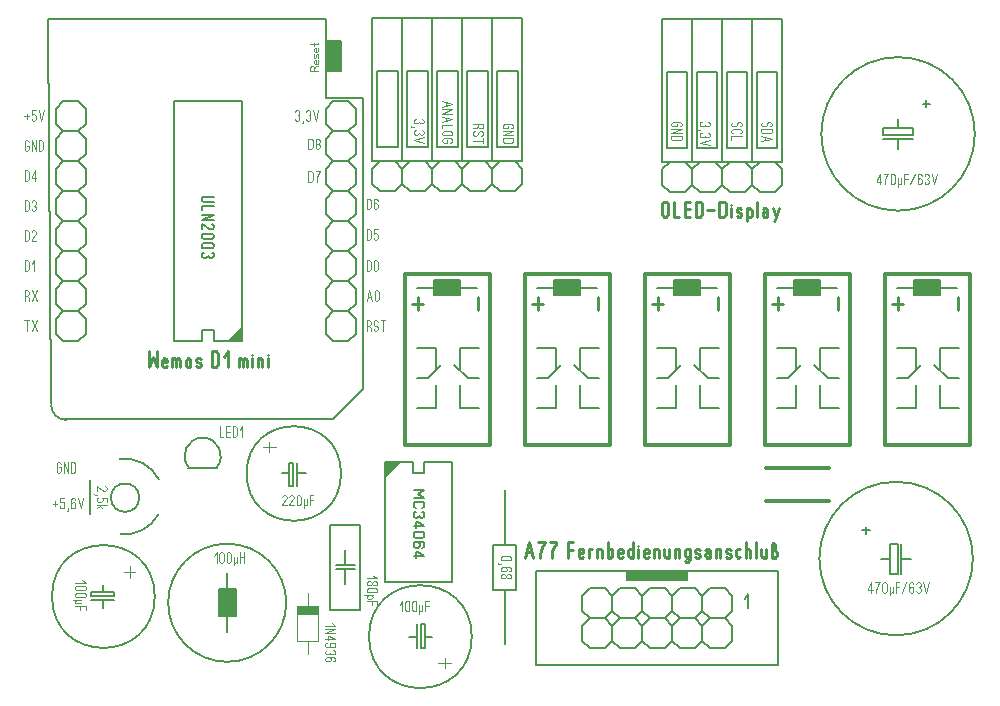
<source format=gbr>
%FSLAX34Y34*%
%MOMM*%
%LNSILK_TOP*%
G71*
G01*
%ADD10C,0.300*%
%ADD11C,0.150*%
%ADD12C,0.222*%
%ADD13C,0.200*%
%ADD14C,0.111*%
%ADD15C,0.120*%
%ADD16C,0.159*%
%ADD17C,0.100*%
%ADD18C,0.089*%
%ADD19C,0.238*%
%ADD20C,0.191*%
%ADD21C,0.206*%
%LPD*%
G54D10*
X433896Y-218991D02*
X433896Y-363991D01*
G54D10*
X433896Y-363991D02*
X505896Y-363991D01*
X505896Y-218991D01*
X433896Y-218991D01*
G54D11*
X444046Y-281811D02*
X459921Y-281811D01*
X459921Y-299274D01*
G54D11*
X444046Y-332611D02*
X459921Y-332611D01*
X459921Y-313561D01*
G54D11*
X444046Y-307211D02*
X453571Y-307211D01*
X464684Y-296099D01*
G54D11*
X496507Y-281811D02*
X480632Y-281811D01*
X480632Y-299274D01*
G54D11*
X496507Y-332611D02*
X480632Y-332611D01*
X480632Y-313561D01*
G54D11*
X496507Y-307211D02*
X486982Y-307211D01*
X475870Y-296099D01*
G36*
X458334Y-224661D02*
X480559Y-224661D01*
X480559Y-237361D01*
X458334Y-237361D01*
X458334Y-224661D01*
G37*
G54D11*
X458334Y-224661D02*
X480559Y-224661D01*
X480559Y-237361D01*
X458334Y-237361D01*
X458334Y-224661D01*
G54D11*
X444046Y-231011D02*
X458334Y-231011D01*
G54D11*
X480559Y-231011D02*
X494846Y-231011D01*
G54D12*
X444682Y-238949D02*
X444682Y-249615D01*
G54D12*
X440238Y-244282D02*
X449127Y-244282D01*
G54D12*
X495482Y-238949D02*
X495482Y-249616D01*
G54D10*
X738696Y-218991D02*
X738696Y-363991D01*
G54D10*
X738696Y-363991D02*
X810696Y-363991D01*
X810696Y-218991D01*
X738696Y-218991D01*
G54D11*
X748846Y-281811D02*
X764721Y-281811D01*
X764721Y-299274D01*
G54D11*
X748846Y-332611D02*
X764721Y-332611D01*
X764721Y-313561D01*
G54D11*
X748846Y-307211D02*
X758371Y-307211D01*
X769484Y-296099D01*
G54D11*
X801307Y-281811D02*
X785432Y-281811D01*
X785432Y-299274D01*
G54D11*
X801307Y-332611D02*
X785432Y-332611D01*
X785432Y-313561D01*
G54D11*
X801307Y-307211D02*
X791782Y-307211D01*
X780670Y-296099D01*
G36*
X763134Y-224661D02*
X785359Y-224661D01*
X785359Y-237361D01*
X763134Y-237361D01*
X763134Y-224661D01*
G37*
G54D11*
X763134Y-224661D02*
X785359Y-224661D01*
X785359Y-237361D01*
X763134Y-237361D01*
X763134Y-224661D01*
G54D11*
X748846Y-231011D02*
X763134Y-231011D01*
G54D11*
X785359Y-231011D02*
X799646Y-231011D01*
G54D12*
X749482Y-238949D02*
X749482Y-249615D01*
G54D12*
X745038Y-244282D02*
X753927Y-244282D01*
G54D12*
X800282Y-238949D02*
X800282Y-249616D01*
G54D10*
X332296Y-218991D02*
X332296Y-363991D01*
G54D10*
X332296Y-363991D02*
X404296Y-363991D01*
X404296Y-218991D01*
X332296Y-218991D01*
G54D11*
X342446Y-281811D02*
X358321Y-281811D01*
X358321Y-299274D01*
G54D11*
X342446Y-332611D02*
X358321Y-332611D01*
X358321Y-313561D01*
G54D11*
X342446Y-307211D02*
X351971Y-307211D01*
X363084Y-296099D01*
G54D11*
X394907Y-281811D02*
X379032Y-281811D01*
X379032Y-299274D01*
G54D11*
X394907Y-332611D02*
X379032Y-332611D01*
X379032Y-313561D01*
G54D11*
X394907Y-307211D02*
X385382Y-307211D01*
X374270Y-296099D01*
G36*
X356734Y-224661D02*
X378959Y-224661D01*
X378959Y-237361D01*
X356734Y-237361D01*
X356734Y-224661D01*
G37*
G54D11*
X356734Y-224661D02*
X378959Y-224661D01*
X378959Y-237361D01*
X356734Y-237361D01*
X356734Y-224661D01*
G54D11*
X342446Y-231011D02*
X356734Y-231011D01*
G54D11*
X378959Y-231011D02*
X393246Y-231011D01*
G54D12*
X343082Y-238949D02*
X343082Y-249615D01*
G54D12*
X338638Y-244282D02*
X347527Y-244282D01*
G54D12*
X393882Y-238949D02*
X393882Y-249616D01*
G54D13*
X752826Y-460136D02*
X760726Y-460136D01*
G54D13*
X743326Y-460136D02*
X735326Y-460136D01*
G54D13*
X749526Y-447436D02*
X749526Y-472836D01*
X743226Y-472836D01*
X743226Y-447436D01*
X749526Y-447436D01*
G54D13*
X722626Y-439436D02*
X722626Y-433136D01*
G54D13*
X725826Y-436236D02*
X719426Y-436236D01*
G54D13*
X752726Y-472836D02*
X752726Y-447436D01*
G54D13*
G75*
G01X813226Y-460137D02*
G03X813226Y-460137I-65000J0D01*
G01*
G54D13*
X749882Y-105206D02*
X749882Y-113106D01*
G54D13*
X749882Y-95706D02*
X749882Y-87706D01*
G54D13*
X762582Y-101906D02*
X737182Y-101906D01*
X737182Y-95606D01*
X762582Y-95606D01*
X762582Y-101906D01*
G54D13*
X770582Y-75006D02*
X776882Y-75006D01*
G54D13*
X773782Y-78206D02*
X773782Y-71806D01*
G54D13*
X737182Y-105106D02*
X762582Y-105106D01*
G54D13*
G75*
G01X814882Y-100606D02*
G03X814882Y-100606I-65000J0D01*
G01*
G54D14*
X727360Y-488950D02*
X727360Y-480061D01*
X724694Y-485617D01*
X724694Y-486728D01*
X728249Y-486728D01*
G54D14*
X730694Y-480061D02*
X734249Y-480061D01*
X733805Y-481172D01*
X732916Y-482839D01*
X732027Y-485061D01*
X731583Y-486728D01*
X731583Y-488950D01*
G54D14*
X740249Y-481728D02*
X740249Y-487283D01*
X739805Y-488394D01*
X738916Y-488950D01*
X738027Y-488950D01*
X737138Y-488394D01*
X736694Y-487283D01*
X736694Y-481728D01*
X737138Y-480617D01*
X738027Y-480061D01*
X738916Y-480061D01*
X739805Y-480617D01*
X740249Y-481728D01*
G54D14*
X742694Y-483950D02*
X742694Y-491172D01*
G54D14*
X745360Y-483950D02*
X745360Y-488950D01*
G54D14*
X745360Y-487839D02*
X744916Y-488728D01*
X744027Y-488950D01*
X743138Y-488728D01*
X742694Y-487839D01*
X742694Y-483950D01*
G54D14*
X747805Y-488950D02*
X747805Y-480061D01*
X750916Y-480061D01*
G54D14*
X747805Y-484506D02*
X750916Y-484506D01*
G54D14*
X753360Y-488950D02*
X756915Y-480061D01*
G54D14*
X762915Y-481728D02*
X762471Y-480617D01*
X761582Y-480061D01*
X760693Y-480061D01*
X759804Y-480617D01*
X759360Y-481728D01*
X759360Y-484506D01*
X759360Y-485061D01*
X760693Y-483950D01*
X761582Y-483950D01*
X762471Y-484506D01*
X762915Y-485617D01*
X762915Y-487283D01*
X762471Y-488394D01*
X761582Y-488950D01*
X760693Y-488950D01*
X759804Y-488394D01*
X759360Y-487283D01*
X759360Y-484506D01*
G54D14*
X765360Y-481728D02*
X765804Y-480617D01*
X766693Y-480061D01*
X767582Y-480061D01*
X768471Y-480617D01*
X768915Y-481728D01*
X768915Y-482839D01*
X768471Y-483950D01*
X767582Y-484506D01*
X768471Y-485061D01*
X768915Y-486172D01*
X768915Y-487283D01*
X768471Y-488394D01*
X767582Y-488950D01*
X766693Y-488950D01*
X765804Y-488394D01*
X765360Y-487283D01*
G54D14*
X771360Y-480061D02*
X773582Y-488950D01*
X775804Y-480061D01*
G54D14*
X734340Y-143296D02*
X734340Y-134407D01*
X731674Y-139963D01*
X731674Y-141074D01*
X735229Y-141074D01*
G54D14*
X737674Y-134407D02*
X741229Y-134407D01*
X740785Y-135518D01*
X739896Y-137185D01*
X739007Y-139407D01*
X738563Y-141074D01*
X738563Y-143296D01*
G54D14*
X747229Y-136074D02*
X747229Y-141629D01*
X746785Y-142740D01*
X745896Y-143296D01*
X745007Y-143296D01*
X744118Y-142740D01*
X743674Y-141629D01*
X743674Y-136074D01*
X744118Y-134963D01*
X745007Y-134407D01*
X745896Y-134407D01*
X746785Y-134963D01*
X747229Y-136074D01*
G54D14*
X749674Y-138296D02*
X749674Y-145518D01*
G54D14*
X752340Y-138296D02*
X752340Y-143296D01*
G54D14*
X752340Y-142185D02*
X751896Y-143074D01*
X751007Y-143296D01*
X750118Y-143074D01*
X749674Y-142185D01*
X749674Y-138296D01*
G54D14*
X754785Y-143296D02*
X754785Y-134407D01*
X757896Y-134407D01*
G54D14*
X754785Y-138852D02*
X757896Y-138852D01*
G54D14*
X760340Y-143296D02*
X763895Y-134407D01*
G54D14*
X769895Y-136074D02*
X769451Y-134963D01*
X768562Y-134407D01*
X767673Y-134407D01*
X766784Y-134963D01*
X766340Y-136074D01*
X766340Y-138852D01*
X766340Y-139407D01*
X767673Y-138296D01*
X768562Y-138296D01*
X769451Y-138852D01*
X769895Y-139963D01*
X769895Y-141629D01*
X769451Y-142740D01*
X768562Y-143296D01*
X767673Y-143296D01*
X766784Y-142740D01*
X766340Y-141629D01*
X766340Y-138852D01*
G54D14*
X772340Y-136074D02*
X772784Y-134963D01*
X773673Y-134407D01*
X774562Y-134407D01*
X775451Y-134963D01*
X775895Y-136074D01*
X775895Y-137185D01*
X775451Y-138296D01*
X774562Y-138852D01*
X775451Y-139407D01*
X775895Y-140518D01*
X775895Y-141629D01*
X775451Y-142740D01*
X774562Y-143296D01*
X773673Y-143296D01*
X772784Y-142740D01*
X772340Y-141629D01*
G54D14*
X778340Y-134407D02*
X780562Y-143296D01*
X782784Y-134407D01*
G54D13*
X407219Y-448520D02*
X426219Y-448520D01*
X426219Y-486520D01*
X407219Y-486520D01*
X407219Y-448520D01*
G54D13*
X416719Y-448420D02*
X416719Y-402420D01*
G54D13*
X416719Y-532620D02*
X416719Y-486620D01*
G54D13*
X372294Y-378619D02*
X348394Y-378619D01*
X348394Y-388119D01*
X338994Y-388119D01*
X338994Y-378619D01*
X315094Y-378619D01*
X315094Y-480219D01*
X372294Y-480219D01*
X372294Y-378619D01*
G36*
X315094Y-378519D02*
X327794Y-378519D01*
X315094Y-391319D01*
X315094Y-378519D01*
G37*
G54D13*
X315094Y-378519D02*
X327794Y-378519D01*
X315094Y-391319D01*
X315094Y-378519D01*
G54D13*
X345938Y-515556D02*
X349138Y-515556D01*
X349138Y-535556D01*
X345938Y-535556D01*
X345938Y-515556D01*
G54D13*
X342738Y-515556D02*
X342738Y-535556D01*
G54D13*
G75*
G01X388938Y-526256D02*
G03X388938Y-526256I-43500J0D01*
G01*
G54D13*
X342438Y-526256D02*
X335438Y-526256D01*
G54D13*
X349438Y-526256D02*
X355438Y-526256D01*
G54D15*
X371438Y-548456D02*
X360738Y-548456D01*
G54D15*
X366138Y-544056D02*
X366138Y-552956D01*
G54D13*
X269083Y-503319D02*
X294483Y-503319D01*
X294483Y-431719D01*
X269083Y-431719D01*
X269083Y-503319D01*
G54D13*
X273783Y-469119D02*
X289783Y-469119D01*
G54D13*
X273783Y-465919D02*
X289783Y-465919D01*
G54D13*
X281783Y-481819D02*
X281783Y-469119D01*
G54D13*
X281783Y-465919D02*
X281783Y-453219D01*
G54D13*
G75*
G01X231869Y-497581D02*
G03X231869Y-497581I-50000J0D01*
G01*
G54D13*
X65494Y-393288D02*
X65494Y-422688D01*
G54D13*
G75*
G01X123906Y-393060D02*
G03X90940Y-375899I-28512J-14528D01*
G01*
G54D13*
G75*
G01X91494Y-439350D02*
G03X123382Y-423102I3900J31762D01*
G01*
G54D13*
G75*
G01X107394Y-408588D02*
G03X107394Y-408588I-12000J0D01*
G01*
G54D14*
X270188Y-514915D02*
X273521Y-517137D01*
X264632Y-517137D01*
G54D14*
X264632Y-519581D02*
X273521Y-519581D01*
X264632Y-523136D01*
X273521Y-523136D01*
G54D14*
X264632Y-528247D02*
X273521Y-528247D01*
X267966Y-525581D01*
X266855Y-525581D01*
X266855Y-529136D01*
G54D14*
X266299Y-531581D02*
X265188Y-532025D01*
X264632Y-532914D01*
X264632Y-533803D01*
X265188Y-534692D01*
X266299Y-535136D01*
X269077Y-535136D01*
X269632Y-535136D01*
X268521Y-533803D01*
X268521Y-532914D01*
X269077Y-532025D01*
X270188Y-531581D01*
X271855Y-531581D01*
X272966Y-532025D01*
X273521Y-532914D01*
X273521Y-533803D01*
X272966Y-534692D01*
X271855Y-535136D01*
X269077Y-535136D01*
G54D14*
X271855Y-537581D02*
X272966Y-538025D01*
X273521Y-538914D01*
X273521Y-539803D01*
X272966Y-540692D01*
X271855Y-541136D01*
X270744Y-541136D01*
X269632Y-540692D01*
X269077Y-539803D01*
X268521Y-540692D01*
X267410Y-541136D01*
X266299Y-541136D01*
X265188Y-540692D01*
X264632Y-539803D01*
X264632Y-538914D01*
X265188Y-538025D01*
X266299Y-537581D01*
G54D14*
X271855Y-547136D02*
X272966Y-546692D01*
X273521Y-545803D01*
X273521Y-544914D01*
X272966Y-544025D01*
X271855Y-543581D01*
X269077Y-543581D01*
X268521Y-543581D01*
X269632Y-544914D01*
X269632Y-545803D01*
X269077Y-546692D01*
X267966Y-547136D01*
X266299Y-547136D01*
X265188Y-546692D01*
X264632Y-545803D01*
X264632Y-544914D01*
X265188Y-544025D01*
X266299Y-543581D01*
X269077Y-543581D01*
G54D14*
X420766Y-461549D02*
X415210Y-461549D01*
X414099Y-461105D01*
X413544Y-460216D01*
X413544Y-459327D01*
X414099Y-458438D01*
X415210Y-457994D01*
X420766Y-457994D01*
X421877Y-458438D01*
X422433Y-459327D01*
X422433Y-460216D01*
X421877Y-461105D01*
X420766Y-461549D01*
G54D14*
X413544Y-464883D02*
X412433Y-464883D01*
X411322Y-464438D01*
X411322Y-463994D01*
G54D14*
X420766Y-470882D02*
X421877Y-470438D01*
X422433Y-469549D01*
X422433Y-468660D01*
X421877Y-467771D01*
X420766Y-467327D01*
X417988Y-467327D01*
X417433Y-467327D01*
X418544Y-468660D01*
X418544Y-469549D01*
X417988Y-470438D01*
X416877Y-470882D01*
X415210Y-470882D01*
X414099Y-470438D01*
X413544Y-469549D01*
X413544Y-468660D01*
X414099Y-467771D01*
X415210Y-467327D01*
X417988Y-467327D01*
G54D14*
X417988Y-475549D02*
X417988Y-474660D01*
X418544Y-473771D01*
X419655Y-473327D01*
X420766Y-473327D01*
X421877Y-473771D01*
X422433Y-474660D01*
X422433Y-475549D01*
X421877Y-476438D01*
X420766Y-476882D01*
X419655Y-476882D01*
X418544Y-476438D01*
X417988Y-475549D01*
X417433Y-476438D01*
X416322Y-476882D01*
X415210Y-476882D01*
X414099Y-476438D01*
X413544Y-475549D01*
X413544Y-474660D01*
X414099Y-473771D01*
X415210Y-473327D01*
X416322Y-473327D01*
X417433Y-473771D01*
X417988Y-474660D01*
G54D14*
X327819Y-499270D02*
X330041Y-495936D01*
X330041Y-504825D01*
G54D14*
X336040Y-497603D02*
X336040Y-503158D01*
X335596Y-504270D01*
X334707Y-504825D01*
X333818Y-504825D01*
X332929Y-504270D01*
X332485Y-503158D01*
X332485Y-497603D01*
X332929Y-496492D01*
X333818Y-495936D01*
X334707Y-495936D01*
X335596Y-496492D01*
X336040Y-497603D01*
G54D14*
X342040Y-497603D02*
X342040Y-503158D01*
X341596Y-504270D01*
X340707Y-504825D01*
X339818Y-504825D01*
X338929Y-504270D01*
X338485Y-503158D01*
X338485Y-497603D01*
X338929Y-496492D01*
X339818Y-495936D01*
X340707Y-495936D01*
X341596Y-496492D01*
X342040Y-497603D01*
G54D14*
X344485Y-499825D02*
X344485Y-507047D01*
G54D14*
X347151Y-499825D02*
X347151Y-504825D01*
G54D14*
X347151Y-503714D02*
X346707Y-504603D01*
X345818Y-504825D01*
X344929Y-504603D01*
X344485Y-503714D01*
X344485Y-499825D01*
G54D14*
X349596Y-504825D02*
X349596Y-495936D01*
X352707Y-495936D01*
G54D14*
X349596Y-500380D02*
X352707Y-500380D01*
G54D14*
X58737Y-478631D02*
X62070Y-480854D01*
X53181Y-480854D01*
G54D14*
X60404Y-486853D02*
X54848Y-486853D01*
X53737Y-486408D01*
X53181Y-485520D01*
X53181Y-484631D01*
X53737Y-483742D01*
X54848Y-483297D01*
X60404Y-483297D01*
X61515Y-483742D01*
X62070Y-484631D01*
X62070Y-485520D01*
X61515Y-486408D01*
X60404Y-486853D01*
G54D14*
X60404Y-492853D02*
X54848Y-492853D01*
X53737Y-492408D01*
X53181Y-491520D01*
X53181Y-490631D01*
X53737Y-489742D01*
X54848Y-489297D01*
X60404Y-489297D01*
X61515Y-489742D01*
X62070Y-490631D01*
X62070Y-491520D01*
X61515Y-492408D01*
X60404Y-492853D01*
G54D14*
X58181Y-495297D02*
X50959Y-495297D01*
G54D14*
X58181Y-497964D02*
X53181Y-497964D01*
G54D14*
X54292Y-497964D02*
X53404Y-497520D01*
X53181Y-496631D01*
X53404Y-495742D01*
X54292Y-495297D01*
X58181Y-495297D01*
G54D14*
X53181Y-500408D02*
X62070Y-500408D01*
X62070Y-503519D01*
G54D14*
X57626Y-500408D02*
X57626Y-503519D01*
G54D14*
X170656Y-457994D02*
X172878Y-454661D01*
X172878Y-463550D01*
G54D14*
X178878Y-456328D02*
X178878Y-461883D01*
X178433Y-462994D01*
X177544Y-463550D01*
X176656Y-463550D01*
X175767Y-462994D01*
X175322Y-461883D01*
X175322Y-456328D01*
X175767Y-455217D01*
X176656Y-454661D01*
X177544Y-454661D01*
X178433Y-455217D01*
X178878Y-456328D01*
G54D14*
X184878Y-456328D02*
X184878Y-461883D01*
X184433Y-462994D01*
X183544Y-463550D01*
X182656Y-463550D01*
X181767Y-462994D01*
X181322Y-461883D01*
X181322Y-456328D01*
X181767Y-455217D01*
X182656Y-454661D01*
X183544Y-454661D01*
X184433Y-455217D01*
X184878Y-456328D01*
G54D14*
X187322Y-458550D02*
X187322Y-465772D01*
G54D14*
X189989Y-458550D02*
X189989Y-463550D01*
G54D14*
X189989Y-462439D02*
X189544Y-463328D01*
X188656Y-463550D01*
X187767Y-463328D01*
X187322Y-462439D01*
X187322Y-458550D01*
G54D14*
X192433Y-463550D02*
X192433Y-454661D01*
G54D14*
X195989Y-463550D02*
X195989Y-454661D01*
G54D14*
X192433Y-459106D02*
X195989Y-459106D01*
G54D14*
X305593Y-474662D02*
X308926Y-476885D01*
X300038Y-476885D01*
G54D14*
X304482Y-481551D02*
X304482Y-480662D01*
X305038Y-479773D01*
X306149Y-479328D01*
X307260Y-479328D01*
X308371Y-479773D01*
X308926Y-480662D01*
X308926Y-481551D01*
X308371Y-482440D01*
X307260Y-482884D01*
X306149Y-482884D01*
X305038Y-482440D01*
X304482Y-481551D01*
X303926Y-482440D01*
X302815Y-482884D01*
X301704Y-482884D01*
X300593Y-482440D01*
X300038Y-481551D01*
X300038Y-480662D01*
X300593Y-479773D01*
X301704Y-479328D01*
X302815Y-479328D01*
X303926Y-479773D01*
X304482Y-480662D01*
G54D14*
X307260Y-488884D02*
X301704Y-488884D01*
X300593Y-488440D01*
X300038Y-487551D01*
X300038Y-486662D01*
X300593Y-485773D01*
X301704Y-485328D01*
X307260Y-485328D01*
X308371Y-485773D01*
X308926Y-486662D01*
X308926Y-487551D01*
X308371Y-488440D01*
X307260Y-488884D01*
G54D14*
X305038Y-491328D02*
X297815Y-491328D01*
G54D14*
X301704Y-491328D02*
X300260Y-491773D01*
X300038Y-492662D01*
X300260Y-493551D01*
X301371Y-493995D01*
X303593Y-493995D01*
X304704Y-493551D01*
X305038Y-492662D01*
X304704Y-491773D01*
X303371Y-491328D01*
G54D14*
X300038Y-496440D02*
X308926Y-496440D01*
X308926Y-499551D01*
G54D14*
X304482Y-496440D02*
X304482Y-499551D01*
G54D14*
X71244Y-402689D02*
X71244Y-399134D01*
X71800Y-399134D01*
X72911Y-399578D01*
X76244Y-402245D01*
X77355Y-402689D01*
X78466Y-402689D01*
X79577Y-402245D01*
X80133Y-401356D01*
X80133Y-400467D01*
X79577Y-399578D01*
X78466Y-399134D01*
G54D14*
X71244Y-406023D02*
X70133Y-406023D01*
X69022Y-405578D01*
X69022Y-405134D01*
G54D14*
X80133Y-412022D02*
X80133Y-408467D01*
X76244Y-408467D01*
X76244Y-408911D01*
X76800Y-409800D01*
X76800Y-410689D01*
X76244Y-411578D01*
X75133Y-412022D01*
X72911Y-412022D01*
X71800Y-411578D01*
X71244Y-410689D01*
X71244Y-409800D01*
X71800Y-408911D01*
X72911Y-408467D01*
G54D14*
X71244Y-414467D02*
X80133Y-414467D01*
G54D14*
X74577Y-415800D02*
X71244Y-417133D01*
G54D14*
X73466Y-414467D02*
X76244Y-417133D01*
G54D16*
X339791Y-402240D02*
X348680Y-402240D01*
X343124Y-405573D01*
X348680Y-408906D01*
X339791Y-408906D01*
G54D16*
X341458Y-417351D02*
X340347Y-416684D01*
X339791Y-415351D01*
X339791Y-414018D01*
X340347Y-412684D01*
X341458Y-412018D01*
X347013Y-412018D01*
X348124Y-412684D01*
X348680Y-414018D01*
X348680Y-415351D01*
X348124Y-416684D01*
X347013Y-417351D01*
G54D16*
X347013Y-420462D02*
X348124Y-421128D01*
X348680Y-422462D01*
X348680Y-423795D01*
X348124Y-425128D01*
X347013Y-425795D01*
X345902Y-425795D01*
X344791Y-425128D01*
X344236Y-423795D01*
X343680Y-425128D01*
X342569Y-425795D01*
X341458Y-425795D01*
X340347Y-425128D01*
X339791Y-423795D01*
X339791Y-422462D01*
X340347Y-421128D01*
X341458Y-420462D01*
G54D16*
X339791Y-432906D02*
X348680Y-432906D01*
X343124Y-428906D01*
X342013Y-428906D01*
X342013Y-434239D01*
G54D16*
X347013Y-442683D02*
X341458Y-442683D01*
X340347Y-442016D01*
X339791Y-440683D01*
X339791Y-439350D01*
X340347Y-438016D01*
X341458Y-437350D01*
X347013Y-437350D01*
X348124Y-438016D01*
X348680Y-439350D01*
X348680Y-440683D01*
X348124Y-442016D01*
X347013Y-442683D01*
G54D16*
X347013Y-451127D02*
X348124Y-450460D01*
X348680Y-449127D01*
X348680Y-447794D01*
X348124Y-446460D01*
X347013Y-445794D01*
X344236Y-445794D01*
X343680Y-445794D01*
X344791Y-447794D01*
X344791Y-449127D01*
X344236Y-450460D01*
X343124Y-451127D01*
X341458Y-451127D01*
X340347Y-450460D01*
X339791Y-449127D01*
X339791Y-447794D01*
X340347Y-446460D01*
X341458Y-445794D01*
X344236Y-445794D01*
G54D16*
X339791Y-458238D02*
X348680Y-458238D01*
X343124Y-454238D01*
X342013Y-454238D01*
X342013Y-459571D01*
G36*
X174625Y-485775D02*
X188912Y-485775D01*
X188912Y-508794D01*
X174625Y-508794D01*
X174625Y-485775D01*
G37*
G54D13*
X174625Y-485775D02*
X188912Y-485775D01*
X188912Y-508794D01*
X174625Y-508794D01*
X174625Y-485775D01*
G54D13*
X181869Y-472181D02*
X181869Y-485674D01*
X181769Y-485775D01*
G54D13*
X181869Y-522187D02*
X181869Y-508100D01*
X181769Y-508000D01*
G54D13*
X66295Y-491781D02*
X66295Y-488581D01*
X86295Y-488581D01*
X86295Y-491781D01*
X66295Y-491781D01*
G54D13*
X66295Y-494981D02*
X86295Y-494981D01*
G54D13*
G75*
G01X120495Y-492282D02*
G03X120495Y-492282I-43500J0D01*
G01*
G54D13*
X76995Y-495281D02*
X76995Y-502281D01*
G54D13*
X76995Y-488281D02*
X76995Y-482281D01*
G54D15*
X99195Y-466281D02*
X99195Y-476981D01*
G54D15*
X94795Y-471581D02*
X103695Y-471581D01*
G54D17*
X258732Y-499944D02*
X241332Y-499944D01*
X241332Y-530344D01*
X258732Y-530344D01*
X258732Y-499944D01*
G36*
X258632Y-500044D02*
X241932Y-500044D01*
X241932Y-507244D01*
X258632Y-507244D01*
X258632Y-500044D01*
G37*
G54D17*
X258632Y-500044D02*
X241932Y-500044D01*
X241932Y-507244D01*
X258632Y-507244D01*
X258632Y-500044D01*
G54D17*
X250032Y-488944D02*
X250032Y-500044D01*
G54D17*
X250032Y-530244D02*
X250032Y-541344D01*
G54D10*
X637096Y-218991D02*
X637096Y-363991D01*
G54D10*
X637096Y-363991D02*
X709096Y-363991D01*
X709096Y-218991D01*
X637096Y-218991D01*
G54D11*
X647246Y-281811D02*
X663121Y-281811D01*
X663121Y-299274D01*
G54D11*
X647246Y-332611D02*
X663121Y-332611D01*
X663121Y-313561D01*
G54D11*
X647246Y-307211D02*
X656771Y-307211D01*
X667884Y-296099D01*
G54D11*
X699707Y-281811D02*
X683832Y-281811D01*
X683832Y-299274D01*
G54D11*
X699707Y-332611D02*
X683832Y-332611D01*
X683832Y-313561D01*
G54D11*
X699707Y-307211D02*
X690182Y-307211D01*
X679070Y-296099D01*
G36*
X661534Y-224661D02*
X683759Y-224661D01*
X683759Y-237361D01*
X661534Y-237361D01*
X661534Y-224661D01*
G37*
G54D11*
X661534Y-224661D02*
X683759Y-224661D01*
X683759Y-237361D01*
X661534Y-237361D01*
X661534Y-224661D01*
G54D11*
X647246Y-231011D02*
X661534Y-231011D01*
G54D11*
X683759Y-231011D02*
X698046Y-231011D01*
G54D12*
X647882Y-238949D02*
X647882Y-249615D01*
G54D12*
X643438Y-244282D02*
X652327Y-244282D01*
G54D12*
X698682Y-238949D02*
X698682Y-249616D01*
G54D10*
X535496Y-218991D02*
X535496Y-363991D01*
G54D10*
X535496Y-363991D02*
X607496Y-363991D01*
X607496Y-218991D01*
X535496Y-218991D01*
G54D11*
X545646Y-281811D02*
X561521Y-281811D01*
X561521Y-299274D01*
G54D11*
X545646Y-332611D02*
X561521Y-332611D01*
X561521Y-313561D01*
G54D11*
X545646Y-307211D02*
X555171Y-307211D01*
X566284Y-296099D01*
G54D11*
X598107Y-281811D02*
X582232Y-281811D01*
X582232Y-299274D01*
G54D11*
X598107Y-332611D02*
X582232Y-332611D01*
X582232Y-313561D01*
G54D11*
X598107Y-307211D02*
X588582Y-307211D01*
X577470Y-296099D01*
G36*
X559934Y-224661D02*
X582159Y-224661D01*
X582159Y-237361D01*
X559934Y-237361D01*
X559934Y-224661D01*
G37*
G54D11*
X559934Y-224661D02*
X582159Y-224661D01*
X582159Y-237361D01*
X559934Y-237361D01*
X559934Y-224661D01*
G54D11*
X545646Y-231011D02*
X559934Y-231011D01*
G54D11*
X582159Y-231011D02*
X596446Y-231011D01*
G54D12*
X546282Y-238949D02*
X546282Y-249615D01*
G54D12*
X541838Y-244282D02*
X550727Y-244282D01*
G54D12*
X597082Y-238949D02*
X597082Y-249616D01*
G54D13*
X284501Y-276180D02*
X290801Y-269880D01*
X290801Y-257080D01*
X284501Y-250780D01*
X271701Y-250780D01*
X265401Y-257080D01*
X265401Y-269880D01*
X271701Y-276180D01*
X284501Y-276180D01*
G54D13*
X284501Y-250780D02*
X290801Y-244480D01*
X290801Y-231680D01*
X284501Y-225380D01*
X271701Y-225380D01*
X265401Y-231680D01*
X265401Y-244480D01*
X271701Y-250780D01*
X284501Y-250780D01*
G54D13*
X284501Y-225380D02*
X290801Y-219080D01*
X290801Y-206280D01*
X284501Y-199980D01*
X271701Y-199980D01*
X265401Y-206280D01*
X265401Y-219080D01*
X271701Y-225380D01*
X284501Y-225380D01*
G54D13*
X284501Y-199980D02*
X290801Y-193680D01*
X290801Y-180880D01*
X284501Y-174580D01*
X271701Y-174580D01*
X265401Y-180880D01*
X265401Y-193680D01*
X271701Y-199980D01*
X284501Y-199980D01*
G54D13*
X284501Y-174580D02*
X290801Y-168280D01*
X290801Y-155480D01*
X284501Y-149180D01*
X271701Y-149180D01*
X265401Y-155480D01*
X265401Y-168280D01*
X271701Y-174580D01*
X284501Y-174580D01*
G54D13*
X284501Y-149180D02*
X290801Y-142880D01*
X290801Y-130080D01*
X284501Y-123780D01*
X271701Y-123780D01*
X265401Y-130080D01*
X265401Y-142880D01*
X271701Y-149180D01*
X284501Y-149180D01*
G54D13*
X284501Y-123780D02*
X290801Y-117480D01*
X290801Y-104680D01*
X284501Y-98380D01*
X271701Y-98380D01*
X265401Y-104680D01*
X265401Y-117480D01*
X271701Y-123780D01*
X284501Y-123780D01*
G54D13*
X284501Y-98380D02*
X290801Y-92080D01*
X290801Y-79280D01*
X284501Y-72980D01*
X271701Y-72980D01*
X265401Y-79280D01*
X265401Y-92080D01*
X271701Y-98380D01*
X284501Y-98380D01*
G54D13*
X55901Y-276180D02*
X62201Y-269880D01*
X62201Y-257080D01*
X55901Y-250780D01*
X43101Y-250780D01*
X36801Y-257080D01*
X36801Y-269880D01*
X43101Y-276180D01*
X55901Y-276180D01*
G54D13*
X55901Y-250780D02*
X62201Y-244480D01*
X62201Y-231680D01*
X55901Y-225380D01*
X43101Y-225380D01*
X36801Y-231680D01*
X36801Y-244480D01*
X43101Y-250780D01*
X55901Y-250780D01*
G54D13*
X55901Y-225380D02*
X62201Y-219080D01*
X62201Y-206280D01*
X55901Y-199980D01*
X43101Y-199980D01*
X36801Y-206280D01*
X36801Y-219080D01*
X43101Y-225380D01*
X55901Y-225380D01*
G54D13*
X55901Y-199980D02*
X62201Y-193680D01*
X62201Y-180880D01*
X55901Y-174580D01*
X43101Y-174580D01*
X36801Y-180880D01*
X36801Y-193680D01*
X43101Y-199980D01*
X55901Y-199980D01*
G54D13*
X55901Y-174580D02*
X62201Y-168280D01*
X62201Y-155480D01*
X55901Y-149180D01*
X43101Y-149180D01*
X36801Y-155480D01*
X36801Y-168280D01*
X43101Y-174580D01*
X55901Y-174580D01*
G54D13*
X55901Y-149180D02*
X62201Y-142880D01*
X62201Y-130080D01*
X55901Y-123780D01*
X43101Y-123780D01*
X36801Y-130080D01*
X36801Y-142880D01*
X43101Y-149180D01*
X55901Y-149180D01*
G54D13*
X55901Y-123780D02*
X62201Y-117480D01*
X62201Y-104680D01*
X55901Y-98380D01*
X43101Y-98380D01*
X36801Y-104680D01*
X36801Y-117480D01*
X43101Y-123780D01*
X55901Y-123780D01*
G54D13*
X55901Y-98380D02*
X62201Y-92080D01*
X62201Y-79280D01*
X55901Y-72980D01*
X43101Y-72980D01*
X36801Y-79280D01*
X36801Y-92080D01*
X43101Y-98380D01*
X55901Y-98380D01*
G54D13*
X271751Y-342380D02*
X43151Y-342380D01*
G54D13*
X265401Y-3280D02*
X30451Y-3280D01*
G54D13*
X297151Y-316980D02*
X297151Y-69806D01*
G54D13*
X32751Y-328730D02*
X30451Y-3280D01*
G54D13*
X297151Y-316980D02*
X271751Y-342380D01*
G54D13*
X297151Y-69806D02*
X265401Y-69806D01*
X265401Y-3280D01*
G36*
X265401Y-47580D02*
X265401Y-22180D01*
X278101Y-22180D01*
X278101Y-47580D01*
X265401Y-47580D01*
G37*
G54D13*
X265401Y-47580D02*
X265401Y-22180D01*
X278101Y-22180D01*
X278101Y-47580D01*
X265401Y-47580D01*
G54D14*
X301645Y-262972D02*
X302978Y-264083D01*
X303423Y-265194D01*
X303423Y-267416D01*
G54D14*
X299867Y-267416D02*
X299867Y-258528D01*
X302090Y-258528D01*
X302978Y-259083D01*
X303423Y-260194D01*
X303423Y-261305D01*
X302978Y-262416D01*
X302090Y-262972D01*
X299867Y-262972D01*
G54D14*
X305867Y-265750D02*
X306312Y-266861D01*
X307201Y-267416D01*
X308090Y-267416D01*
X308978Y-266861D01*
X309423Y-265750D01*
X309423Y-264639D01*
X308978Y-263528D01*
X308090Y-262972D01*
X307201Y-262972D01*
X306312Y-262416D01*
X305867Y-261305D01*
X305867Y-260194D01*
X306312Y-259083D01*
X307201Y-258528D01*
X308090Y-258528D01*
X308978Y-259083D01*
X309423Y-260194D01*
G54D14*
X313645Y-267416D02*
X313645Y-258528D01*
G54D14*
X311867Y-258528D02*
X315423Y-258528D01*
G54D14*
X299854Y-242017D02*
X302077Y-233128D01*
X304299Y-242017D01*
G54D14*
X300743Y-238684D02*
X303410Y-238684D01*
G54D14*
X310298Y-234795D02*
X310298Y-240350D01*
X309854Y-241461D01*
X308965Y-242017D01*
X308076Y-242017D01*
X307187Y-241461D01*
X306742Y-240350D01*
X306742Y-234795D01*
X307187Y-233684D01*
X308076Y-233128D01*
X308965Y-233128D01*
X309854Y-233684D01*
X310298Y-234795D01*
G54D14*
X299867Y-216616D02*
X299867Y-207728D01*
X302090Y-207728D01*
X302978Y-208283D01*
X303423Y-209394D01*
X303423Y-214950D01*
X302978Y-216061D01*
X302090Y-216616D01*
X299867Y-216616D01*
G54D14*
X309423Y-209394D02*
X309423Y-214950D01*
X308978Y-216061D01*
X308090Y-216616D01*
X307201Y-216616D01*
X306312Y-216061D01*
X305867Y-214950D01*
X305867Y-209394D01*
X306312Y-208283D01*
X307201Y-207728D01*
X308090Y-207728D01*
X308978Y-208283D01*
X309423Y-209394D01*
G54D14*
X299867Y-190423D02*
X299867Y-181534D01*
X302090Y-181534D01*
X302978Y-182089D01*
X303423Y-183200D01*
X303423Y-188756D01*
X302978Y-189867D01*
X302090Y-190423D01*
X299867Y-190423D01*
G54D14*
X309423Y-181534D02*
X305867Y-181534D01*
X305867Y-185423D01*
X306312Y-185423D01*
X307201Y-184867D01*
X308090Y-184867D01*
X308978Y-185423D01*
X309423Y-186534D01*
X309423Y-188756D01*
X308978Y-189867D01*
X308090Y-190423D01*
X307201Y-190423D01*
X306312Y-189867D01*
X305867Y-188756D01*
G54D14*
X299867Y-164229D02*
X299867Y-155340D01*
X302090Y-155340D01*
X302978Y-155896D01*
X303423Y-157007D01*
X303423Y-162562D01*
X302978Y-163673D01*
X302090Y-164229D01*
X299867Y-164229D01*
G54D14*
X309423Y-157007D02*
X308978Y-155896D01*
X308090Y-155340D01*
X307201Y-155340D01*
X306312Y-155896D01*
X305867Y-157007D01*
X305867Y-159785D01*
X305867Y-160340D01*
X307201Y-159229D01*
X308090Y-159229D01*
X308978Y-159785D01*
X309423Y-160896D01*
X309423Y-162562D01*
X308978Y-163673D01*
X308090Y-164229D01*
X307201Y-164229D01*
X306312Y-163673D01*
X305867Y-162562D01*
X305867Y-159785D01*
G54D14*
X250654Y-141210D02*
X250654Y-132321D01*
X252876Y-132321D01*
X253765Y-132876D01*
X254210Y-133988D01*
X254210Y-139543D01*
X253765Y-140654D01*
X252876Y-141210D01*
X250654Y-141210D01*
G54D14*
X256654Y-132321D02*
X260210Y-132321D01*
X259765Y-133432D01*
X258876Y-135099D01*
X257987Y-137321D01*
X257543Y-138988D01*
X257543Y-141210D01*
G54D14*
X250655Y-113429D02*
X250655Y-104540D01*
X252877Y-104540D01*
X253766Y-105096D01*
X254210Y-106207D01*
X254210Y-111762D01*
X253766Y-112873D01*
X252877Y-113429D01*
X250655Y-113429D01*
G54D14*
X258877Y-108985D02*
X257988Y-108985D01*
X257099Y-108429D01*
X256655Y-107318D01*
X256655Y-106207D01*
X257099Y-105096D01*
X257988Y-104540D01*
X258877Y-104540D01*
X259766Y-105096D01*
X260210Y-106207D01*
X260210Y-107318D01*
X259766Y-108429D01*
X258877Y-108985D01*
X259766Y-109540D01*
X260210Y-110651D01*
X260210Y-111762D01*
X259766Y-112873D01*
X258877Y-113429D01*
X257988Y-113429D01*
X257099Y-112873D01*
X256655Y-111762D01*
X256655Y-110651D01*
X257099Y-109540D01*
X257988Y-108985D01*
G54D14*
X239242Y-82091D02*
X239686Y-80980D01*
X240575Y-80424D01*
X241464Y-80424D01*
X242353Y-80980D01*
X242797Y-82091D01*
X242797Y-83202D01*
X242353Y-84313D01*
X241464Y-84869D01*
X242353Y-85424D01*
X242797Y-86535D01*
X242797Y-87646D01*
X242353Y-88757D01*
X241464Y-89313D01*
X240575Y-89313D01*
X239686Y-88757D01*
X239242Y-87646D01*
G54D14*
X246130Y-89313D02*
X246130Y-90424D01*
X245686Y-91535D01*
X245242Y-91535D01*
G54D14*
X248574Y-82091D02*
X249019Y-80980D01*
X249908Y-80424D01*
X250797Y-80424D01*
X251686Y-80980D01*
X252130Y-82091D01*
X252130Y-83202D01*
X251686Y-84313D01*
X250797Y-84869D01*
X251686Y-85424D01*
X252130Y-86535D01*
X252130Y-87646D01*
X251686Y-88757D01*
X250797Y-89313D01*
X249908Y-89313D01*
X249019Y-88757D01*
X248574Y-87646D01*
G54D14*
X254574Y-80424D02*
X256797Y-89313D01*
X259019Y-80424D01*
G54D14*
X12011Y-267419D02*
X12011Y-258530D01*
G54D14*
X10234Y-258530D02*
X13789Y-258530D01*
G54D14*
X16234Y-258530D02*
X20678Y-267419D01*
G54D14*
X16234Y-267419D02*
X20678Y-258530D01*
G54D14*
X12086Y-237575D02*
X13419Y-238686D01*
X13864Y-239797D01*
X13864Y-242020D01*
G54D14*
X10308Y-242020D02*
X10308Y-233131D01*
X12530Y-233131D01*
X13419Y-233686D01*
X13864Y-234797D01*
X13864Y-235908D01*
X13419Y-237020D01*
X12530Y-237575D01*
X10308Y-237575D01*
G54D14*
X16308Y-233131D02*
X20752Y-242020D01*
G54D14*
X16308Y-242020D02*
X20752Y-233131D01*
G54D14*
X10308Y-216616D02*
X10308Y-207728D01*
X12530Y-207728D01*
X13419Y-208283D01*
X13864Y-209394D01*
X13864Y-214950D01*
X13419Y-216061D01*
X12530Y-216616D01*
X10308Y-216616D01*
G54D14*
X16308Y-211061D02*
X18530Y-207728D01*
X18530Y-216616D01*
G54D14*
X10308Y-191216D02*
X10308Y-182328D01*
X12530Y-182328D01*
X13419Y-182883D01*
X13864Y-183994D01*
X13864Y-189550D01*
X13419Y-190661D01*
X12530Y-191216D01*
X10308Y-191216D01*
G54D14*
X19864Y-191216D02*
X16308Y-191216D01*
X16308Y-190661D01*
X16752Y-189550D01*
X19419Y-186216D01*
X19864Y-185105D01*
X19864Y-183994D01*
X19419Y-182883D01*
X18530Y-182328D01*
X17641Y-182328D01*
X16752Y-182883D01*
X16308Y-183994D01*
G54D14*
X10308Y-165816D02*
X10308Y-156928D01*
X12530Y-156928D01*
X13419Y-157483D01*
X13864Y-158594D01*
X13864Y-164150D01*
X13419Y-165261D01*
X12530Y-165816D01*
X10308Y-165816D01*
G54D14*
X16308Y-158594D02*
X16752Y-157483D01*
X17641Y-156928D01*
X18530Y-156928D01*
X19419Y-157483D01*
X19864Y-158594D01*
X19864Y-159705D01*
X19419Y-160816D01*
X18530Y-161372D01*
X19419Y-161928D01*
X19864Y-163039D01*
X19864Y-164150D01*
X19419Y-165261D01*
X18530Y-165816D01*
X17641Y-165816D01*
X16752Y-165261D01*
X16308Y-164150D01*
G54D14*
X10308Y-140416D02*
X10308Y-131527D01*
X12531Y-131527D01*
X13420Y-132083D01*
X13864Y-133194D01*
X13864Y-138749D01*
X13420Y-139860D01*
X12531Y-140416D01*
X10308Y-140416D01*
G54D14*
X18975Y-140416D02*
X18975Y-131527D01*
X16308Y-137083D01*
X16308Y-138194D01*
X19864Y-138194D01*
G54D14*
X10234Y-85727D02*
X13789Y-85727D01*
G54D14*
X12011Y-83505D02*
X12011Y-87949D01*
G54D14*
X19789Y-80727D02*
X16234Y-80727D01*
X16234Y-84616D01*
X16678Y-84616D01*
X17567Y-84060D01*
X18456Y-84060D01*
X19345Y-84616D01*
X19789Y-85727D01*
X19789Y-87949D01*
X19345Y-89060D01*
X18456Y-89616D01*
X17567Y-89616D01*
X16678Y-89060D01*
X16234Y-87949D01*
G54D14*
X22234Y-80727D02*
X24456Y-89616D01*
X26678Y-80727D01*
G54D14*
X12086Y-110572D02*
X13864Y-110572D01*
X13864Y-113349D01*
X13420Y-114460D01*
X12531Y-115016D01*
X11642Y-115016D01*
X10753Y-114460D01*
X10308Y-113349D01*
X10308Y-107794D01*
X10753Y-106683D01*
X11642Y-106127D01*
X12531Y-106127D01*
X13420Y-106683D01*
X13864Y-107794D01*
G54D14*
X16308Y-115016D02*
X16308Y-106127D01*
X19864Y-115016D01*
X19864Y-106127D01*
G54D14*
X22308Y-115016D02*
X22308Y-106127D01*
X24531Y-106127D01*
X25420Y-106683D01*
X25864Y-107794D01*
X25864Y-113349D01*
X25420Y-114460D01*
X24531Y-115016D01*
X22308Y-115016D01*
G54D18*
X255496Y-45447D02*
X256384Y-43847D01*
X257273Y-43314D01*
X259051Y-43314D01*
G54D18*
X259051Y-47580D02*
X251940Y-47580D01*
X251940Y-44914D01*
X252384Y-43847D01*
X253273Y-43314D01*
X254162Y-43314D01*
X255051Y-43847D01*
X255496Y-44914D01*
X255496Y-47580D01*
G54D18*
X258606Y-38158D02*
X259051Y-39011D01*
X259051Y-40078D01*
X258606Y-41144D01*
X257718Y-41358D01*
X256206Y-41358D01*
X255318Y-40824D01*
X255051Y-39758D01*
X255318Y-38691D01*
X255940Y-38158D01*
X256829Y-38158D01*
X256829Y-41358D01*
G54D18*
X258606Y-36202D02*
X259051Y-35135D01*
X259051Y-34068D01*
X258606Y-33002D01*
X257718Y-33002D01*
X257273Y-33535D01*
X256829Y-35668D01*
X256384Y-36202D01*
X255496Y-36202D01*
X255051Y-35135D01*
X255051Y-34068D01*
X255496Y-33002D01*
G54D18*
X258606Y-27846D02*
X259051Y-28699D01*
X259051Y-29766D01*
X258606Y-30832D01*
X257718Y-31046D01*
X256206Y-31046D01*
X255318Y-30512D01*
X255051Y-29446D01*
X255318Y-28379D01*
X255940Y-27846D01*
X256829Y-27846D01*
X256829Y-31046D01*
G54D18*
X251940Y-24823D02*
X258606Y-24823D01*
X259051Y-24290D01*
X258873Y-23756D01*
G54D18*
X255051Y-25890D02*
X255051Y-23756D01*
G54D13*
G75*
G01X32808Y-330050D02*
G03X45508Y-342750I12700J0D01*
G01*
G54D19*
X115459Y-284704D02*
X115459Y-298037D01*
X118793Y-289704D01*
X122126Y-298037D01*
X122126Y-284704D01*
G54D19*
X130793Y-297204D02*
X129727Y-298037D01*
X128393Y-298037D01*
X127060Y-297204D01*
X126793Y-295537D01*
X126793Y-292704D01*
X127460Y-291037D01*
X128793Y-290537D01*
X130127Y-291037D01*
X130793Y-292204D01*
X130793Y-293870D01*
X126793Y-293870D01*
G54D19*
X135460Y-298037D02*
X135460Y-290537D01*
G54D19*
X135460Y-291870D02*
X136794Y-290537D01*
X138127Y-291037D01*
X138794Y-292204D01*
X138794Y-298037D01*
G54D19*
X138794Y-291870D02*
X140127Y-290537D01*
X141460Y-291037D01*
X142127Y-292204D01*
X142127Y-298037D01*
G54D19*
X150794Y-296037D02*
X150794Y-292704D01*
X150128Y-291037D01*
X148794Y-290537D01*
X147461Y-291037D01*
X146794Y-292704D01*
X146794Y-296037D01*
X147461Y-297704D01*
X148794Y-298037D01*
X150128Y-297704D01*
X150794Y-296037D01*
G54D19*
X155461Y-297204D02*
X156795Y-298037D01*
X158128Y-298037D01*
X159461Y-297204D01*
X159461Y-295537D01*
X158795Y-294704D01*
X156128Y-293870D01*
X155461Y-293037D01*
X155461Y-291370D01*
X156795Y-290537D01*
X158128Y-290537D01*
X159461Y-291370D01*
G54D19*
X168928Y-298037D02*
X168928Y-284704D01*
X172262Y-284704D01*
X173595Y-285537D01*
X174262Y-287204D01*
X174262Y-295537D01*
X173595Y-297204D01*
X172262Y-298037D01*
X168928Y-298037D01*
G54D19*
X178928Y-289704D02*
X182262Y-284704D01*
X182262Y-298037D01*
G54D19*
X191728Y-298037D02*
X191728Y-290537D01*
G54D19*
X191728Y-291870D02*
X193062Y-290537D01*
X194395Y-291037D01*
X195062Y-292204D01*
X195062Y-298037D01*
G54D19*
X195062Y-291870D02*
X196395Y-290537D01*
X197728Y-291037D01*
X198395Y-292204D01*
X198395Y-298037D01*
G54D19*
X203062Y-298037D02*
X203062Y-290537D01*
G54D19*
X203062Y-288037D02*
X203062Y-288037D01*
G54D19*
X207729Y-298037D02*
X207729Y-290537D01*
G54D19*
X207729Y-292204D02*
X208396Y-291037D01*
X209729Y-290537D01*
X211063Y-291037D01*
X211729Y-292204D01*
X211729Y-298037D01*
G54D19*
X216396Y-298037D02*
X216396Y-290537D01*
G54D19*
X216396Y-288037D02*
X216396Y-288037D01*
G54D11*
X137012Y-276255D02*
X160912Y-276255D01*
X160912Y-266755D01*
X170312Y-266755D01*
X170312Y-276255D01*
X194212Y-276255D01*
X194212Y-73055D01*
X137012Y-73055D01*
X137012Y-276255D01*
G36*
X194212Y-276355D02*
X181512Y-276355D01*
X194212Y-263555D01*
X194212Y-276355D01*
G37*
G54D13*
X651668Y-130680D02*
X645368Y-124380D01*
X632568Y-124380D01*
X626268Y-130680D01*
X626268Y-143480D01*
X632568Y-149780D01*
X645368Y-149780D01*
X651668Y-143480D01*
X651668Y-130680D01*
G54D13*
X626268Y-130680D02*
X619968Y-124380D01*
X607168Y-124380D01*
X600868Y-130680D01*
X600868Y-143480D01*
X607168Y-149780D01*
X619968Y-149780D01*
X626268Y-143480D01*
X626268Y-130680D01*
G54D13*
X600868Y-130680D02*
X594568Y-124380D01*
X581768Y-124380D01*
X575468Y-130680D01*
X575468Y-143480D01*
X581768Y-149780D01*
X594568Y-149780D01*
X600868Y-143480D01*
X600868Y-130680D01*
G54D13*
X575468Y-130680D02*
X569168Y-124380D01*
X556368Y-124380D01*
X550068Y-130680D01*
X550068Y-143480D01*
X556368Y-149780D01*
X569168Y-149780D01*
X575468Y-143480D01*
X575468Y-130680D01*
G54D14*
X562451Y-92306D02*
X562451Y-94083D01*
X559673Y-94083D01*
X558562Y-93639D01*
X558006Y-92750D01*
X558006Y-91861D01*
X558562Y-90972D01*
X559673Y-90528D01*
X565228Y-90528D01*
X566340Y-90972D01*
X566895Y-91861D01*
X566895Y-92750D01*
X566340Y-93639D01*
X565228Y-94083D01*
G54D14*
X558006Y-96528D02*
X566895Y-96528D01*
X558006Y-100083D01*
X566895Y-100083D01*
G54D14*
X558006Y-102528D02*
X566895Y-102528D01*
X566895Y-104750D01*
X566340Y-105639D01*
X565228Y-106083D01*
X559673Y-106083D01*
X558562Y-105639D01*
X558006Y-104750D01*
X558006Y-102528D01*
G54D14*
X589041Y-90488D02*
X590152Y-90932D01*
X590708Y-91821D01*
X590708Y-92710D01*
X590152Y-93599D01*
X589041Y-94043D01*
X587930Y-94043D01*
X586819Y-93599D01*
X586263Y-92710D01*
X585708Y-93599D01*
X584596Y-94043D01*
X583485Y-94043D01*
X582374Y-93599D01*
X581819Y-92710D01*
X581819Y-91821D01*
X582374Y-90932D01*
X583485Y-90488D01*
G54D14*
X581819Y-97376D02*
X580708Y-97376D01*
X579596Y-96932D01*
X579596Y-96488D01*
G54D14*
X589041Y-99820D02*
X590152Y-100265D01*
X590708Y-101154D01*
X590708Y-102043D01*
X590152Y-102932D01*
X589041Y-103376D01*
X587930Y-103376D01*
X586819Y-102932D01*
X586263Y-102043D01*
X585708Y-102932D01*
X584596Y-103376D01*
X583485Y-103376D01*
X582374Y-102932D01*
X581819Y-102043D01*
X581819Y-101154D01*
X582374Y-100265D01*
X583485Y-99820D01*
G54D14*
X590708Y-105820D02*
X581819Y-108043D01*
X590708Y-110265D01*
G54D14*
X610473Y-90527D02*
X609362Y-90972D01*
X608806Y-91861D01*
X608806Y-92750D01*
X609362Y-93638D01*
X610473Y-94083D01*
X611584Y-94083D01*
X612695Y-93638D01*
X613251Y-92750D01*
X613251Y-91861D01*
X613806Y-90972D01*
X614917Y-90527D01*
X616028Y-90527D01*
X617140Y-90972D01*
X617695Y-91861D01*
X617695Y-92750D01*
X617140Y-93638D01*
X616028Y-94083D01*
G54D14*
X610473Y-100083D02*
X609362Y-99638D01*
X608806Y-98750D01*
X608806Y-97861D01*
X609362Y-96972D01*
X610473Y-96527D01*
X616028Y-96527D01*
X617140Y-96972D01*
X617695Y-97861D01*
X617695Y-98750D01*
X617140Y-99638D01*
X616028Y-100083D01*
G54D14*
X617695Y-102527D02*
X608806Y-102527D01*
X608806Y-105638D01*
G54D14*
X635873Y-90528D02*
X634762Y-90972D01*
X634206Y-91861D01*
X634206Y-92750D01*
X634762Y-93639D01*
X635873Y-94083D01*
X636984Y-94083D01*
X638095Y-93639D01*
X638651Y-92750D01*
X638651Y-91861D01*
X639206Y-90972D01*
X640317Y-90528D01*
X641428Y-90528D01*
X642540Y-90972D01*
X643095Y-91861D01*
X643095Y-92750D01*
X642540Y-93639D01*
X641428Y-94083D01*
G54D14*
X634206Y-96528D02*
X643095Y-96528D01*
X643095Y-98750D01*
X642540Y-99639D01*
X641428Y-100083D01*
X635873Y-100083D01*
X634762Y-99639D01*
X634206Y-98750D01*
X634206Y-96528D01*
G54D14*
X634206Y-102528D02*
X643095Y-104750D01*
X634206Y-106972D01*
G54D14*
X637540Y-103416D02*
X637540Y-106083D01*
G54D19*
X555152Y-160366D02*
X555152Y-168699D01*
X554486Y-170366D01*
X553152Y-171199D01*
X551819Y-171199D01*
X550486Y-170366D01*
X549819Y-168699D01*
X549819Y-160366D01*
X550486Y-158699D01*
X551819Y-157866D01*
X553152Y-157866D01*
X554486Y-158699D01*
X555152Y-160366D01*
G54D19*
X559819Y-157866D02*
X559819Y-171199D01*
X564486Y-171199D01*
G54D19*
X573820Y-171199D02*
X569153Y-171199D01*
X569153Y-157866D01*
X573820Y-157866D01*
G54D19*
X569153Y-164533D02*
X573820Y-164533D01*
G54D19*
X578487Y-171199D02*
X578487Y-157866D01*
X581820Y-157866D01*
X583154Y-158699D01*
X583820Y-160366D01*
X583820Y-168699D01*
X583154Y-170366D01*
X581820Y-171199D01*
X578487Y-171199D01*
G54D19*
X588487Y-165366D02*
X593820Y-165366D01*
G54D19*
X598487Y-171199D02*
X598487Y-157866D01*
X601820Y-157866D01*
X603154Y-158699D01*
X603820Y-160366D01*
X603820Y-168699D01*
X603154Y-170366D01*
X601820Y-171199D01*
X598487Y-171199D01*
G54D19*
X608487Y-171199D02*
X608487Y-163699D01*
G54D19*
X608487Y-161199D02*
X608487Y-161199D01*
G54D19*
X613154Y-170366D02*
X614487Y-171199D01*
X615821Y-171199D01*
X617154Y-170366D01*
X617154Y-168699D01*
X616487Y-167866D01*
X613821Y-167033D01*
X613154Y-166199D01*
X613154Y-164533D01*
X614487Y-163699D01*
X615821Y-163699D01*
X617154Y-164533D01*
G54D19*
X621821Y-163699D02*
X621821Y-174533D01*
G54D19*
X621821Y-168699D02*
X622488Y-170866D01*
X623821Y-171199D01*
X625154Y-170866D01*
X625821Y-169199D01*
X625821Y-165866D01*
X625154Y-164199D01*
X623821Y-163699D01*
X622488Y-164199D01*
X621821Y-166199D01*
G54D19*
X630488Y-171199D02*
X630488Y-157866D01*
G54D19*
X635155Y-164533D02*
X636488Y-163699D01*
X638088Y-163699D01*
X639155Y-165366D01*
X639155Y-171199D01*
G54D19*
X639155Y-168699D02*
X638488Y-167033D01*
X637155Y-166699D01*
X635822Y-167033D01*
X635155Y-168699D01*
X635422Y-170366D01*
X636488Y-171199D01*
X637155Y-171199D01*
X637422Y-171199D01*
X638488Y-170366D01*
X639155Y-168699D01*
G54D19*
X643822Y-163699D02*
X646489Y-171199D01*
X649155Y-163699D01*
G54D19*
X646489Y-171199D02*
X645822Y-173699D01*
X645155Y-174533D01*
X644489Y-174533D01*
G54D19*
X433932Y-459330D02*
X437265Y-445997D01*
X440598Y-459330D01*
G54D19*
X435265Y-454330D02*
X439265Y-454330D01*
G54D19*
X445266Y-445997D02*
X450599Y-445997D01*
X449932Y-447664D01*
X448599Y-450164D01*
X447266Y-453497D01*
X446599Y-455997D01*
X446599Y-459330D01*
G54D19*
X455266Y-445997D02*
X460599Y-445997D01*
X459932Y-447664D01*
X458599Y-450164D01*
X457266Y-453497D01*
X456599Y-455997D01*
X456599Y-459330D01*
G54D19*
X470066Y-459330D02*
X470066Y-445997D01*
X474732Y-445997D01*
G54D19*
X470066Y-452664D02*
X474732Y-452664D01*
G54D19*
X483400Y-458497D02*
X482333Y-459330D01*
X481000Y-459330D01*
X479666Y-458497D01*
X479400Y-456830D01*
X479400Y-453997D01*
X480066Y-452330D01*
X481400Y-451830D01*
X482733Y-452330D01*
X483400Y-453497D01*
X483400Y-455164D01*
X479400Y-455164D01*
G54D19*
X488066Y-459330D02*
X488066Y-451830D01*
G54D19*
X488066Y-453497D02*
X489400Y-451830D01*
X490733Y-451830D01*
G54D19*
X495400Y-459330D02*
X495400Y-451830D01*
G54D19*
X495400Y-453497D02*
X496067Y-452330D01*
X497400Y-451830D01*
X498734Y-452330D01*
X499400Y-453497D01*
X499400Y-459330D01*
G54D19*
X504068Y-459330D02*
X504068Y-445997D01*
G54D19*
X504068Y-453997D02*
X504734Y-452330D01*
X506068Y-451830D01*
X507401Y-452330D01*
X508068Y-453997D01*
X508068Y-457330D01*
X507401Y-458997D01*
X506068Y-459330D01*
X504734Y-458997D01*
X504068Y-457330D01*
G54D19*
X516734Y-458497D02*
X515668Y-459330D01*
X514334Y-459330D01*
X513001Y-458497D01*
X512734Y-456830D01*
X512734Y-453997D01*
X513401Y-452330D01*
X514734Y-451830D01*
X516068Y-452330D01*
X516734Y-453497D01*
X516734Y-455164D01*
X512734Y-455164D01*
G54D19*
X525402Y-459330D02*
X525402Y-445997D01*
G54D19*
X525402Y-453997D02*
X524735Y-452330D01*
X523402Y-451830D01*
X522068Y-452330D01*
X521402Y-453997D01*
X521402Y-457330D01*
X522068Y-458997D01*
X523402Y-459330D01*
X524735Y-458997D01*
X525402Y-457330D01*
G54D19*
X530068Y-459330D02*
X530068Y-451830D01*
G54D19*
X530068Y-449330D02*
X530068Y-449330D01*
G54D19*
X538736Y-458497D02*
X537669Y-459330D01*
X536336Y-459330D01*
X535002Y-458497D01*
X534736Y-456830D01*
X534736Y-453997D01*
X535402Y-452330D01*
X536736Y-451830D01*
X538069Y-452330D01*
X538736Y-453497D01*
X538736Y-455164D01*
X534736Y-455164D01*
G54D19*
X543402Y-459330D02*
X543402Y-451830D01*
G54D19*
X543402Y-453497D02*
X544069Y-452330D01*
X545402Y-451830D01*
X546736Y-452330D01*
X547402Y-453497D01*
X547402Y-459330D01*
G54D19*
X556070Y-451830D02*
X556070Y-459330D01*
G54D19*
X556070Y-457664D02*
X555403Y-458997D01*
X554070Y-459330D01*
X552736Y-458997D01*
X552070Y-457664D01*
X552070Y-451830D01*
G54D19*
X560736Y-459330D02*
X560736Y-451830D01*
G54D19*
X560736Y-453497D02*
X561403Y-452330D01*
X562736Y-451830D01*
X564070Y-452330D01*
X564736Y-453497D01*
X564736Y-459330D01*
G54D19*
X569404Y-461830D02*
X570737Y-462664D01*
X571670Y-462664D01*
X573004Y-461830D01*
X573404Y-460164D01*
X573404Y-451830D01*
G54D19*
X573404Y-453997D02*
X572737Y-452330D01*
X571404Y-451830D01*
X570070Y-452330D01*
X569404Y-453997D01*
X569404Y-457330D01*
X570070Y-458997D01*
X571404Y-459330D01*
X572737Y-458997D01*
X573404Y-457330D01*
G54D19*
X578070Y-458497D02*
X579404Y-459330D01*
X580737Y-459330D01*
X582070Y-458497D01*
X582070Y-456830D01*
X581404Y-455997D01*
X578737Y-455164D01*
X578070Y-454330D01*
X578070Y-452664D01*
X579404Y-451830D01*
X580737Y-451830D01*
X582070Y-452664D01*
G54D19*
X586738Y-452664D02*
X588071Y-451830D01*
X589671Y-451830D01*
X590738Y-453497D01*
X590738Y-459330D01*
G54D19*
X590738Y-456830D02*
X590071Y-455164D01*
X588738Y-454830D01*
X587404Y-455164D01*
X586738Y-456830D01*
X587004Y-458497D01*
X588071Y-459330D01*
X588738Y-459330D01*
X589004Y-459330D01*
X590071Y-458497D01*
X590738Y-456830D01*
G54D19*
X595404Y-459330D02*
X595404Y-451830D01*
G54D19*
X595404Y-453497D02*
X596071Y-452330D01*
X597404Y-451830D01*
X598738Y-452330D01*
X599404Y-453497D01*
X599404Y-459330D01*
G54D19*
X604072Y-458497D02*
X605405Y-459330D01*
X606738Y-459330D01*
X608072Y-458497D01*
X608072Y-456830D01*
X607405Y-455997D01*
X604738Y-455164D01*
X604072Y-454330D01*
X604072Y-452664D01*
X605405Y-451830D01*
X606738Y-451830D01*
X608072Y-452664D01*
G54D19*
X616072Y-452330D02*
X614738Y-451830D01*
X613405Y-452330D01*
X612738Y-453997D01*
X612738Y-457330D01*
X613405Y-458997D01*
X614738Y-459330D01*
X616072Y-458997D01*
G54D19*
X620738Y-459330D02*
X620738Y-445997D01*
G54D19*
X620738Y-453997D02*
X621405Y-452330D01*
X622738Y-451830D01*
X624072Y-452330D01*
X624738Y-453997D01*
X624738Y-459330D01*
G54D19*
X629406Y-459330D02*
X629406Y-445997D01*
G54D19*
X638072Y-451830D02*
X638072Y-459330D01*
G54D19*
X638072Y-457664D02*
X637406Y-458997D01*
X636072Y-459330D01*
X634739Y-458997D01*
X634072Y-457664D01*
X634072Y-451830D01*
G54D19*
X642740Y-459330D02*
X642740Y-447664D01*
X644073Y-446830D01*
X645406Y-447664D01*
X646073Y-449330D01*
X646073Y-450997D01*
X644740Y-452664D01*
G54D19*
X644740Y-452664D02*
X646073Y-452664D01*
X646740Y-453497D01*
X647406Y-455164D01*
X647406Y-456830D01*
X646740Y-458497D01*
X646073Y-459330D01*
X644740Y-459330D01*
X644073Y-458497D01*
G54D20*
X170943Y-153652D02*
X162277Y-153652D01*
X160943Y-154185D01*
X160277Y-155252D01*
X160277Y-156319D01*
X160943Y-157385D01*
X162277Y-157919D01*
X170943Y-157919D01*
G54D20*
X170943Y-161652D02*
X160277Y-161652D01*
X160277Y-165385D01*
G54D20*
X160277Y-169118D02*
X170943Y-169118D01*
X160277Y-173385D01*
X170943Y-173385D01*
G54D20*
X160277Y-181385D02*
X160277Y-177118D01*
X160943Y-177118D01*
X162277Y-177651D01*
X166277Y-180851D01*
X167610Y-181385D01*
X168943Y-181385D01*
X170277Y-180851D01*
X170943Y-179785D01*
X170943Y-178718D01*
X170277Y-177651D01*
X168943Y-177118D01*
G54D20*
X168943Y-189385D02*
X162277Y-189385D01*
X160943Y-188851D01*
X160277Y-187785D01*
X160277Y-186718D01*
X160943Y-185651D01*
X162277Y-185118D01*
X168943Y-185118D01*
X170277Y-185651D01*
X170943Y-186718D01*
X170943Y-187785D01*
X170277Y-188851D01*
X168943Y-189385D01*
G54D20*
X168943Y-197385D02*
X162277Y-197385D01*
X160943Y-196851D01*
X160277Y-195785D01*
X160277Y-194718D01*
X160943Y-193651D01*
X162277Y-193118D01*
X168943Y-193118D01*
X170277Y-193651D01*
X170943Y-194718D01*
X170943Y-195785D01*
X170277Y-196851D01*
X168943Y-197385D01*
G54D20*
X168943Y-201118D02*
X170277Y-201651D01*
X170943Y-202718D01*
X170943Y-203785D01*
X170277Y-204851D01*
X168943Y-205385D01*
X167610Y-205385D01*
X166277Y-204851D01*
X165610Y-203785D01*
X164943Y-204851D01*
X163610Y-205385D01*
X162277Y-205385D01*
X160943Y-204851D01*
X160277Y-203785D01*
X160277Y-202718D01*
X160943Y-201651D01*
X162277Y-201118D01*
G54D13*
X554038Y-48419D02*
X571500Y-48419D01*
X571500Y-112712D01*
X554038Y-112712D01*
X554038Y-48419D01*
G54D13*
X579437Y-48419D02*
X596899Y-48419D01*
X596899Y-112712D01*
X579437Y-112712D01*
X579437Y-48419D01*
G54D13*
X604836Y-48419D02*
X622298Y-48419D01*
X622298Y-112712D01*
X604836Y-112712D01*
X604836Y-48419D01*
G54D13*
X651666Y-124330D02*
X626266Y-124330D01*
X626266Y-2937D01*
X651666Y-2937D01*
X651666Y-124330D01*
G54D13*
X630235Y-48419D02*
X647698Y-48419D01*
X647698Y-112712D01*
X630235Y-112712D01*
X630235Y-48419D01*
G54D13*
X626266Y-124568D02*
X600866Y-124568D01*
X600866Y-3175D01*
X626266Y-3175D01*
X626266Y-124568D01*
G54D13*
X600866Y-124568D02*
X575466Y-124568D01*
X575466Y-3175D01*
X600866Y-3175D01*
X600866Y-124568D01*
G54D13*
X575466Y-124568D02*
X550066Y-124568D01*
X550066Y-3175D01*
X575466Y-3175D01*
X575466Y-124568D01*
G54D13*
G75*
G01X172910Y-383072D02*
G03X149316Y-383072I-11797J9898D01*
G01*
G54D13*
X173113Y-383174D02*
X149113Y-383174D01*
G54D14*
X175419Y-348299D02*
X175419Y-357188D01*
X178530Y-357188D01*
G54D14*
X184085Y-357188D02*
X180974Y-357188D01*
X180974Y-348299D01*
X184085Y-348299D01*
G54D14*
X180974Y-352743D02*
X184085Y-352743D01*
G54D14*
X186529Y-357188D02*
X186529Y-348299D01*
X188751Y-348299D01*
X189640Y-348854D01*
X190084Y-349966D01*
X190084Y-355521D01*
X189640Y-356632D01*
X188751Y-357188D01*
X186529Y-357188D01*
G54D14*
X192529Y-351632D02*
X194751Y-348299D01*
X194751Y-357188D01*
G54D13*
X385048Y-47625D02*
X402511Y-47625D01*
X402511Y-111919D01*
X385048Y-111919D01*
X385048Y-47625D01*
G54D13*
X410447Y-47625D02*
X427910Y-47625D01*
X427910Y-111919D01*
X410447Y-111919D01*
X410447Y-47625D01*
G54D13*
X431876Y-123775D02*
X406477Y-123775D01*
X406477Y-2381D01*
X431876Y-2381D01*
X431876Y-123775D01*
G54D13*
X406476Y-123775D02*
X381077Y-123775D01*
X381077Y-2381D01*
X406476Y-2381D01*
X406476Y-123775D01*
G54D14*
X419655Y-94174D02*
X419655Y-95952D01*
X416877Y-95952D01*
X415766Y-95507D01*
X415211Y-94618D01*
X415211Y-93730D01*
X415766Y-92841D01*
X416877Y-92396D01*
X422433Y-92396D01*
X423544Y-92841D01*
X424100Y-93730D01*
X424100Y-94618D01*
X423544Y-95507D01*
X422433Y-95952D01*
G54D14*
X415211Y-98396D02*
X424100Y-98396D01*
X415211Y-101952D01*
X424100Y-101952D01*
G54D14*
X415211Y-104396D02*
X424100Y-104396D01*
X424100Y-106618D01*
X423544Y-107507D01*
X422433Y-107952D01*
X416877Y-107952D01*
X415766Y-107507D01*
X415211Y-106618D01*
X415211Y-104396D01*
G54D14*
X394255Y-94249D02*
X393144Y-95583D01*
X392033Y-96027D01*
X389811Y-96027D01*
G54D14*
X389811Y-92472D02*
X398700Y-92472D01*
X398700Y-94694D01*
X398144Y-95583D01*
X397033Y-96027D01*
X395922Y-96027D01*
X394811Y-95583D01*
X394255Y-94694D01*
X394255Y-92472D01*
G54D14*
X391477Y-98472D02*
X390366Y-98916D01*
X389811Y-99805D01*
X389811Y-100694D01*
X390366Y-101583D01*
X391477Y-102027D01*
X392588Y-102027D01*
X393700Y-101583D01*
X394255Y-100694D01*
X394255Y-99805D01*
X394811Y-98916D01*
X395922Y-98472D01*
X397033Y-98472D01*
X398144Y-98916D01*
X398700Y-99805D01*
X398700Y-100694D01*
X398144Y-101583D01*
X397033Y-102027D01*
G54D14*
X389811Y-106249D02*
X398700Y-106249D01*
G54D14*
X398700Y-104472D02*
X398700Y-108027D01*
G54D13*
X359410Y-47625D02*
X376872Y-47625D01*
X376872Y-111919D01*
X359410Y-111919D01*
X359410Y-47625D01*
G54D13*
X380838Y-123775D02*
X355439Y-123775D01*
X355439Y-2381D01*
X380838Y-2381D01*
X380838Y-123775D01*
G54D14*
X363617Y-73065D02*
X372506Y-75288D01*
X363617Y-77510D01*
G54D14*
X366950Y-73954D02*
X366950Y-76621D01*
G54D14*
X363617Y-79953D02*
X372506Y-79953D01*
X363617Y-83509D01*
X372506Y-83509D01*
G54D14*
X363617Y-85953D02*
X372506Y-88176D01*
X363617Y-90398D01*
G54D14*
X366950Y-86842D02*
X366950Y-89509D01*
G54D14*
X372506Y-92841D02*
X363617Y-92841D01*
X363617Y-95952D01*
G54D14*
X370839Y-101952D02*
X365284Y-101952D01*
X364172Y-101507D01*
X363617Y-100618D01*
X363617Y-99730D01*
X364172Y-98841D01*
X365284Y-98396D01*
X370839Y-98396D01*
X371950Y-98841D01*
X372506Y-99730D01*
X372506Y-100618D01*
X371950Y-101507D01*
X370839Y-101952D01*
G54D14*
X368061Y-106174D02*
X368061Y-107952D01*
X365284Y-107952D01*
X364172Y-107507D01*
X363617Y-106618D01*
X363617Y-105730D01*
X364172Y-104841D01*
X365284Y-104396D01*
X370839Y-104396D01*
X371950Y-104841D01*
X372506Y-105730D01*
X372506Y-106618D01*
X371950Y-107507D01*
X370839Y-107952D01*
G54D13*
X334010Y-47625D02*
X351472Y-47625D01*
X351472Y-111919D01*
X334010Y-111919D01*
X334010Y-47625D01*
G54D13*
X355438Y-123775D02*
X330039Y-123775D01*
X330039Y-2381D01*
X355438Y-2381D01*
X355438Y-123775D01*
G54D14*
X34250Y-413777D02*
X37805Y-413777D01*
G54D14*
X36028Y-411554D02*
X36028Y-415999D01*
G54D14*
X43805Y-408777D02*
X40250Y-408777D01*
X40250Y-412666D01*
X40694Y-412666D01*
X41583Y-412110D01*
X42472Y-412110D01*
X43361Y-412666D01*
X43805Y-413777D01*
X43805Y-415999D01*
X43361Y-417110D01*
X42472Y-417666D01*
X41583Y-417666D01*
X40694Y-417110D01*
X40250Y-415999D01*
G54D14*
X47139Y-417666D02*
X47139Y-418777D01*
X46694Y-419888D01*
X46250Y-419888D01*
G54D14*
X53138Y-410443D02*
X52694Y-409332D01*
X51805Y-408777D01*
X50916Y-408777D01*
X50027Y-409332D01*
X49583Y-410443D01*
X49583Y-413221D01*
X49583Y-413777D01*
X50916Y-412666D01*
X51805Y-412666D01*
X52694Y-413221D01*
X53138Y-414332D01*
X53138Y-415999D01*
X52694Y-417110D01*
X51805Y-417666D01*
X50916Y-417666D01*
X50027Y-417110D01*
X49583Y-415999D01*
X49583Y-413221D01*
G54D14*
X55583Y-408777D02*
X57805Y-417666D01*
X60027Y-408777D01*
G54D14*
X39278Y-383059D02*
X41056Y-383059D01*
X41056Y-385836D01*
X40612Y-386947D01*
X39723Y-387503D01*
X38834Y-387503D01*
X37945Y-386947D01*
X37500Y-385836D01*
X37500Y-380281D01*
X37945Y-379170D01*
X38834Y-378614D01*
X39723Y-378614D01*
X40612Y-379170D01*
X41056Y-380281D01*
G54D14*
X43500Y-387503D02*
X43500Y-378614D01*
X47056Y-387503D01*
X47056Y-378614D01*
G54D14*
X49500Y-387503D02*
X49500Y-378614D01*
X51723Y-378614D01*
X52612Y-379170D01*
X53056Y-380281D01*
X53056Y-385836D01*
X52612Y-386947D01*
X51723Y-387503D01*
X49500Y-387503D01*
G54D10*
X638175Y-383619D02*
X691356Y-383619D01*
G54D10*
X638175Y-411162D02*
X691356Y-411162D01*
G54D13*
X482356Y-529919D02*
X488656Y-536219D01*
X501456Y-536219D01*
X507756Y-529919D01*
X507756Y-517119D01*
X501456Y-510819D01*
X488656Y-510819D01*
X482356Y-517119D01*
X482356Y-529919D01*
G54D13*
X482356Y-504519D02*
X488656Y-510819D01*
X501456Y-510819D01*
X507756Y-504519D01*
X507756Y-491719D01*
X501456Y-485419D01*
X488656Y-485419D01*
X482356Y-491719D01*
X482356Y-504519D01*
G54D13*
X507756Y-529919D02*
X514056Y-536219D01*
X526856Y-536219D01*
X533156Y-529919D01*
X533156Y-517119D01*
X526856Y-510819D01*
X514056Y-510819D01*
X507756Y-517119D01*
X507756Y-529919D01*
G54D13*
X507756Y-504519D02*
X514056Y-510819D01*
X526856Y-510819D01*
X533156Y-504519D01*
X533156Y-491719D01*
X526856Y-485419D01*
X514056Y-485419D01*
X507756Y-491719D01*
X507756Y-504519D01*
G54D13*
X533156Y-529919D02*
X539456Y-536219D01*
X552256Y-536219D01*
X558556Y-529919D01*
X558556Y-517119D01*
X552256Y-510819D01*
X539456Y-510819D01*
X533156Y-517119D01*
X533156Y-529919D01*
G54D13*
X533156Y-504519D02*
X539456Y-510819D01*
X552256Y-510819D01*
X558556Y-504519D01*
X558556Y-491719D01*
X552256Y-485419D01*
X539456Y-485419D01*
X533156Y-491719D01*
X533156Y-504519D01*
G54D13*
X558556Y-529919D02*
X564856Y-536219D01*
X577656Y-536219D01*
X583956Y-529919D01*
X583956Y-517119D01*
X577656Y-510819D01*
X564856Y-510819D01*
X558556Y-517119D01*
X558556Y-529919D01*
G54D13*
X558556Y-504519D02*
X564856Y-510819D01*
X577656Y-510819D01*
X583956Y-504519D01*
X583956Y-491719D01*
X577656Y-485419D01*
X564856Y-485419D01*
X558556Y-491719D01*
X558556Y-504519D01*
G54D13*
X583956Y-529919D02*
X590256Y-536219D01*
X603056Y-536219D01*
X609356Y-529919D01*
X609356Y-517119D01*
X603056Y-510819D01*
X590256Y-510819D01*
X583956Y-517119D01*
X583956Y-529919D01*
G54D13*
X583956Y-504519D02*
X590256Y-510819D01*
X603056Y-510819D01*
X609356Y-504519D01*
X609356Y-491719D01*
X603056Y-485419D01*
X590256Y-485419D01*
X583956Y-491719D01*
X583956Y-504519D01*
G54D13*
X648081Y-550600D02*
X443081Y-550600D01*
G54D13*
X648081Y-470600D02*
X443081Y-470600D01*
G54D13*
X443081Y-470600D02*
X443081Y-550600D01*
G54D13*
X648081Y-470600D02*
X648081Y-550600D01*
G54D21*
X620110Y-494534D02*
X622999Y-490201D01*
X622999Y-501756D01*
G36*
X520700Y-470694D02*
X520700Y-478631D01*
X571500Y-478631D01*
X571500Y-470694D01*
X520700Y-470694D01*
G37*
G54D13*
X520700Y-470694D02*
X520700Y-478631D01*
X571500Y-478631D01*
X571500Y-470694D01*
X520700Y-470694D01*
G54D13*
X431800Y-130124D02*
X425500Y-123824D01*
X412700Y-123824D01*
X406400Y-130124D01*
X406400Y-142924D01*
X412700Y-149224D01*
X425500Y-149224D01*
X431800Y-142924D01*
X431800Y-130124D01*
G54D13*
X406400Y-130124D02*
X400100Y-123824D01*
X387300Y-123824D01*
X381000Y-130124D01*
X381000Y-142924D01*
X387300Y-149224D01*
X400100Y-149224D01*
X406400Y-142924D01*
X406400Y-130124D01*
G54D13*
X381000Y-130124D02*
X374700Y-123824D01*
X361900Y-123824D01*
X355600Y-130124D01*
X355600Y-142924D01*
X361900Y-149224D01*
X374700Y-149224D01*
X381000Y-142924D01*
X381000Y-130124D01*
G54D13*
X355600Y-130124D02*
X349300Y-123824D01*
X336500Y-123824D01*
X330200Y-130124D01*
X330200Y-142924D01*
X336500Y-149224D01*
X349300Y-149224D01*
X355600Y-142924D01*
X355600Y-130124D01*
G54D13*
X330200Y-130124D02*
X323900Y-123824D01*
X311100Y-123824D01*
X304800Y-130124D01*
X304800Y-142924D01*
X311100Y-149224D01*
X323900Y-149224D01*
X330200Y-142924D01*
X330200Y-130124D01*
G54D13*
X308610Y-47625D02*
X326072Y-47625D01*
X326072Y-111919D01*
X308610Y-111919D01*
X308610Y-47625D01*
G54D13*
X330038Y-123775D02*
X304639Y-123775D01*
X304639Y-2381D01*
X330038Y-2381D01*
X330038Y-123775D01*
G54D14*
X346967Y-88250D02*
X348078Y-88695D01*
X348634Y-89584D01*
X348634Y-90473D01*
X348078Y-91362D01*
X346967Y-91806D01*
X345856Y-91806D01*
X344745Y-91362D01*
X344189Y-90473D01*
X343634Y-91362D01*
X342523Y-91806D01*
X341412Y-91806D01*
X340301Y-91362D01*
X339745Y-90473D01*
X339745Y-89584D01*
X340301Y-88695D01*
X341412Y-88250D01*
G54D14*
X339745Y-95139D02*
X338634Y-95139D01*
X337523Y-94695D01*
X337523Y-94250D01*
G54D14*
X346967Y-97584D02*
X348078Y-98028D01*
X348634Y-98917D01*
X348634Y-99806D01*
X348078Y-100695D01*
X346967Y-101139D01*
X345856Y-101139D01*
X344745Y-100695D01*
X344189Y-99806D01*
X343634Y-100695D01*
X342523Y-101139D01*
X341412Y-101139D01*
X340301Y-100695D01*
X339745Y-99806D01*
X339745Y-98917D01*
X340301Y-98028D01*
X341412Y-97584D01*
G54D14*
X348634Y-103584D02*
X339745Y-105806D01*
X348634Y-108028D01*
G54D13*
X237784Y-398844D02*
X234584Y-398844D01*
X234584Y-378844D01*
X237784Y-378844D01*
X237784Y-398844D01*
G54D13*
X240984Y-398844D02*
X240984Y-378844D01*
G54D13*
G75*
G01X278284Y-388144D02*
G03X278284Y-388144I-40000J0D01*
G01*
G54D13*
X241284Y-388144D02*
X248284Y-388144D01*
G54D13*
X234284Y-388144D02*
X228284Y-388144D01*
G54D15*
X212284Y-365944D02*
X222984Y-365944D01*
G54D15*
X217584Y-370344D02*
X217584Y-361444D01*
G54D14*
X232156Y-415131D02*
X228600Y-415131D01*
X228600Y-414576D01*
X229044Y-413465D01*
X231711Y-410131D01*
X232156Y-409020D01*
X232156Y-407909D01*
X231711Y-406798D01*
X230822Y-406242D01*
X229933Y-406242D01*
X229044Y-406798D01*
X228600Y-407909D01*
G54D14*
X238156Y-415131D02*
X234600Y-415131D01*
X234600Y-414576D01*
X235044Y-413465D01*
X237711Y-410131D01*
X238156Y-409020D01*
X238156Y-407909D01*
X237711Y-406798D01*
X236822Y-406242D01*
X235933Y-406242D01*
X235044Y-406798D01*
X234600Y-407909D01*
G54D14*
X244156Y-407909D02*
X244156Y-413465D01*
X243711Y-414576D01*
X242822Y-415131D01*
X241933Y-415131D01*
X241044Y-414576D01*
X240600Y-413465D01*
X240600Y-407909D01*
X241044Y-406798D01*
X241933Y-406242D01*
X242822Y-406242D01*
X243711Y-406798D01*
X244156Y-407909D01*
G54D14*
X246600Y-410131D02*
X246600Y-417354D01*
G54D14*
X249267Y-410131D02*
X249267Y-415131D01*
G54D14*
X249267Y-414020D02*
X248822Y-414909D01*
X247933Y-415131D01*
X247044Y-414909D01*
X246600Y-414020D01*
X246600Y-410131D01*
G54D14*
X251711Y-415131D02*
X251711Y-406242D01*
X254822Y-406242D01*
G54D14*
X251711Y-410687D02*
X254822Y-410687D01*
M02*

</source>
